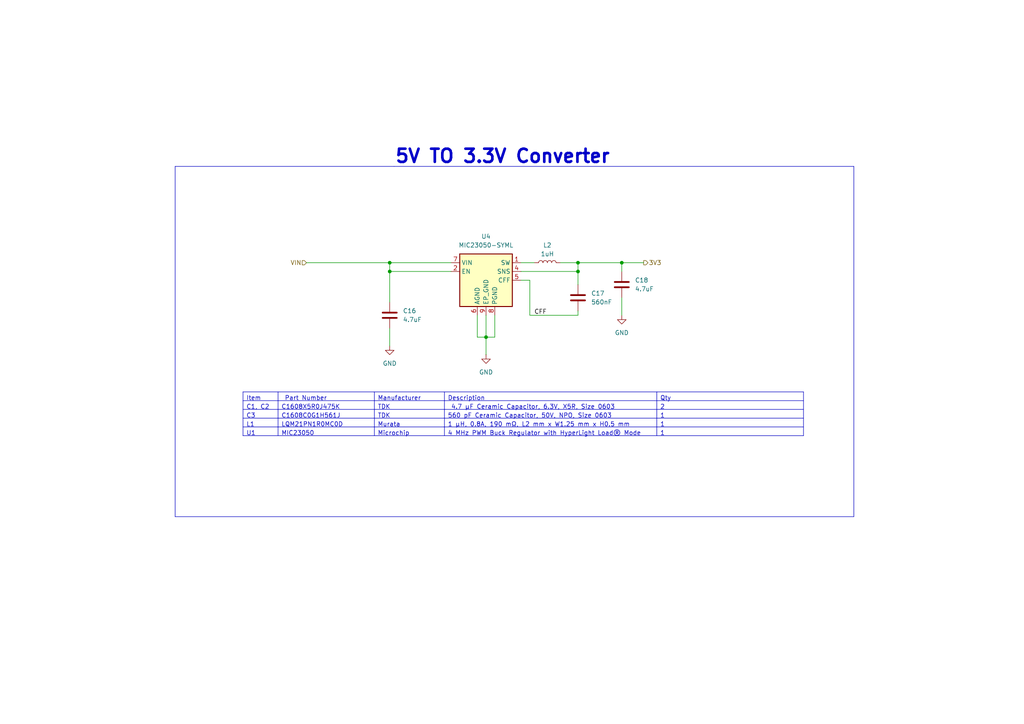
<source format=kicad_sch>
(kicad_sch (version 20250114) (generator "eeschema") (generator_version "9.0")
  (paper "A4")
  (lib_symbols
    (symbol "Device:C" (pin_numbers (hide yes)) (pin_names (offset 0.254))
      (property "Reference" "C" (at 0.635 2.54 0))
      (property "Value" "C" (at 0.635 -2.54 0))
      (symbol "C_0_1"
        (polyline (pts (xy -2.032 0.762) (xy 2.032 0.762)) (stroke (width 0.508)))
        (polyline (pts (xy -2.032 -0.762) (xy 2.032 -0.762)) (stroke (width 0.508)))
      )
      (symbol "C_1_1"
        (pin passive line (at 0 3.81 270) (length 2.794) (name "~") (number "1"))
        (pin passive line (at 0 -3.81 90) (length 2.794) (name "~") (number "2"))
      )
    )
    (symbol "Device:L" (pin_numbers (hide yes)) (pin_names (offset 1.016) (hide yes))
      (property "Reference" "L" (at -1.27 0 90))
      (property "Value" "L" (at 1.905 0 90))
      (symbol "L_0_1"
        (arc (start 0 2.54) (mid 0.6323 1.905) (end 0 1.27))
        (arc (start 0 1.27) (mid 0.6323 0.635) (end 0 0))
        (arc (start 0 0) (mid 0.6323 -0.635) (end 0 -1.27))
        (arc (start 0 -1.27) (mid 0.6323 -1.905) (end 0 -2.54))
      )
      (symbol "L_1_1"
        (pin passive line (at 0 3.81 270) (length 1.27) (name "1") (number "1"))
        (pin passive line (at 0 -3.81 90) (length 1.27) (name "2") (number "2"))
      )
    )
    (symbol "Regulator_Switching:MIC23050-SYML"
      (property "Reference" "U" (at -7.62 12.7 0))
      (property "Value" "MIC23050-SYML" (at -7.62 10.16 0))
      (symbol "MIC23050-SYML_0_0"
        (pin power_in line (at 0 -10.16 90) (length 2.54) (name "EP_GND") (number "9"))
      )
      (symbol "MIC23050-SYML_1_1"
        (rectangle (start -7.62 7.62) (end 7.62 -7.62) (stroke (width 0.3048)) (fill (type background)))
        (pin power_in line (at -10.16 5.08 0) (length 2.54) (name "VIN") (number "7"))
        (pin input line (at -10.16 2.54 0) (length 2.54) (name "EN") (number "2"))
        (pin no_connect line (at -7.62 0 0) (length 2.54) (hide yes) (name "NC") (number "3"))
        (pin power_in line (at -2.54 -10.16 90) (length 2.54) (name "AGND") (number "6"))
        (pin power_in line (at 2.54 -10.16 90) (length 2.54) (name "PGND") (number "8"))
        (pin output line (at 10.16 5.08 180) (length 2.54) (name "SW") (number "1"))
        (pin input line (at 10.16 2.54 180) (length 2.54) (name "SNS") (number "4"))
        (pin output line (at 10.16 0 180) (length 2.54) (name "CFF") (number "5"))
      )
    )
    (symbol "power:GND" (power) (pin_numbers (hide yes)) (pin_names (offset 0) (hide yes))
      (property "Value" "GND" (at 0 -3.81 0))
      (symbol "GND_0_1"
        (polyline (pts (xy 0 0) (xy 0 -1.27) (xy 1.27 -1.27) (xy 0 -2.54) (xy -1.27 -1.27) (xy 0 -1.27)))
      )
      (symbol "GND_1_1"
        (pin power_in line (at 0 0 270) (length 0) (name "~") (number "1"))
      )
    )
  )
  (text "5V TO 3.3V Converter" (at 145.796 45.466 0) (effects (font (size 3.81 3.81) (thickness 0.762) (bold yes))))
  (junction (at 113.03 78.74))
  (junction (at 140.97 97.79))
  (junction (at 167.64 76.2))
  (junction (at 113.03 76.2))
  (junction (at 180.34 76.2))
  (junction (at 167.64 78.74))
  (bus_entry (at 346.71 173.99) (size 2.54 2.54))
  (wire (pts (xy 151.13 76.2) (xy 154.94 76.2)))
  (wire (pts (xy 167.64 90.17) (xy 167.64 91.44)))
  (wire (pts (xy 186.69 76.2) (xy 180.34 76.2)))
  (wire (pts (xy 180.34 86.36) (xy 180.34 91.44)))
  (wire (pts (xy 113.03 78.74) (xy 113.03 87.63)))
  (wire (pts (xy 167.64 76.2) (xy 167.64 78.74)))
  (polyline (pts (xy 247.65 48.26) (xy 247.65 149.86)))
  (wire (pts (xy 140.97 97.79) (xy 140.97 102.87)))
  (wire (pts (xy 88.9 76.2) (xy 113.03 76.2)))
  (wire (pts (xy 138.43 97.79) (xy 140.97 97.79)))
  (wire (pts (xy 151.13 78.74) (xy 167.64 78.74)))
  (wire (pts (xy 167.64 78.74) (xy 167.64 82.55)))
  (polyline (pts (xy 50.8 48.26) (xy 114.3 48.26)))
  (wire (pts (xy 113.03 95.25) (xy 113.03 100.33)))
  (wire (pts (xy 153.67 81.28) (xy 153.67 91.44)))
  (polyline (pts (xy 114.3 48.26) (xy 247.65 48.26)))
  (wire (pts (xy 140.97 97.79) (xy 143.51 97.79)))
  (wire (pts (xy 140.97 91.44) (xy 140.97 97.79)))
  (polyline (pts (xy 247.65 149.86) (xy 50.8 149.86)))
  (wire (pts (xy 143.51 91.44) (xy 143.51 97.79)))
  (wire (pts (xy 113.03 76.2) (xy 130.81 76.2)))
  (wire (pts (xy 138.43 91.44) (xy 138.43 97.79)))
  (wire (pts (xy 130.81 78.74) (xy 113.03 78.74)))
  (wire (pts (xy 167.64 76.2) (xy 180.34 76.2)))
  (wire (pts (xy 153.67 91.44) (xy 167.64 91.44)))
  (polyline (pts (xy 50.8 149.86) (xy 50.8 48.26)))
  (wire (pts (xy 151.13 81.28) (xy 153.67 81.28)))
  (wire (pts (xy 113.03 76.2) (xy 113.03 78.74)))
  (wire (pts (xy 180.34 76.2) (xy 180.34 78.74)))
  (wire (pts (xy 162.56 76.2) (xy 167.64 76.2)))
  (table (column_count 5) (border (external yes) (header yes) (stroke (width 0.0508))) (separators (rows yes) (cols yes) (stroke (width 0.0508))) (column_widths 10.16 27.94 20.32 61.595 42.545) (row_heights 2.54 2.54 2.54 2.54 2.54) (cells (table_cell "Item" (at 70.485 113.665 0) (size 10.16 2.54) (margins 0.9525 0.9525 0.9525 0.9525) (span 1 1)) (table_cell " Part Number" (at 80.645 113.665 0) (size 27.94 2.54) (margins 0.9525 0.9525 0.9525 0.9525) (span 1 1)) (table_cell "Manufacturer" (at 108.585 113.665 0) (size 20.32 2.54) (margins 0.9525 0.9525 0.9525 0.9525) (span 1 1)) (table_cell "Description" (at 128.905 113.665 0) (size 61.595 2.54) (margins 0.9525 0.9525 0.9525 0.9525) (span 1 1)) (table_cell "Qty" (at 190.5 113.665 0) (size 42.545 2.54) (margins 0.9525 0.9525 0.9525 0.9525) (span 1 1)) (table_cell "C1, C2" (at 70.485 116.205 0) (size 10.16 2.54) (margins 0.9525 0.9525 0.9525 0.9525) (span 1 1)) (table_cell "C1608X5R0J475K" (at 80.645 116.205 0) (size 27.94 2.54) (margins 0.9525 0.9525 0.9525 0.9525) (span 1 1)) (table_cell "TDK" (at 108.585 116.205 0) (size 20.32 2.54) (margins 0.9525 0.9525 0.9525 0.9525) (span 1 1)) (table_cell " 4.7 µF Ceramic Capacitor, 6.3V, X5R, Size 0603" (at 128.905 116.205 0) (size 61.595 2.54) (margins 0.9525 0.9525 0.9525 0.9525) (span 1 1)) (table_cell "2" (at 190.5 116.205 0) (size 42.545 2.54) (margins 0.9525 0.9525 0.9525 0.9525) (span 1 1)) (table_cell "C3" (at 70.485 118.745 0) (size 10.16 2.54) (margins 0.9525 0.9525 0.9525 0.9525) (span 1 1)) (table_cell "C1608C0G1H561J" (at 80.645 118.745 0) (size 27.94 2.54) (margins 0.9525 0.9525 0.9525 0.9525) (span 1 1)) (table_cell "TDK" (at 108.585 118.745 0) (size 20.32 2.54) (margins 0.9525 0.9525 0.9525 0.9525) (span 1 1)) (table_cell "560 pF Ceramic Capacitor, 50V, NPO, Size 0603" (at 128.905 118.745 0) (size 61.595 2.54) (margins 0.9525 0.9525 0.9525 0.9525) (span 1 1)) (table_cell "1" (at 190.5 118.745 0) (size 42.545 2.54) (margins 0.9525 0.9525 0.9525 0.9525) (span 1 1)) (table_cell "L1" (at 70.485 121.285 0) (size 10.16 2.54) (margins 0.9525 0.9525 0.9525 0.9525) (span 1 1)) (table_cell "LQM21PN1R0MC0D" (at 80.645 121.285 0) (size 27.94 2.54) (margins 0.9525 0.9525 0.9525 0.9525) (span 1 1)) (table_cell "Murata" (at 108.585 121.285 0) (size 20.32 2.54) (margins 0.9525 0.9525 0.9525 0.9525) (span 1 1)) (table_cell "1 µH, 0.8A, 190 mΩ, L2 mm x W1.25 mm x H0.5 mm" (at 128.905 121.285 0) (size 61.595 2.54) (margins 0.9525 0.9525 0.9525 0.9525) (span 1 1)) (table_cell "1" (at 190.5 121.285 0) (size 42.545 2.54) (margins 0.9525 0.9525 0.9525 0.9525) (span 1 1)) (table_cell "U1" (at 70.485 123.825 0) (size 10.16 2.54) (margins 0.9525 0.9525 0.9525 0.9525) (span 1 1)) (table_cell "MIC23050" (at 80.645 123.825 0) (size 27.94 2.54) (margins 0.9525 0.9525 0.9525 0.9525) (span 1 1)) (table_cell "Microchip" (at 108.585 123.825 0) (size 20.32 2.54) (margins 0.9525 0.9525 0.9525 0.9525) (span 1 1)) (table_cell "4 MHz PWM Buck Regulator with HyperLight Load® Mode" (at 128.905 123.825 0) (size 61.595 2.54) (margins 0.9525 0.9525 0.9525 0.9525) (span 1 1)) (table_cell "1" (at 190.5 123.825 0) (size 42.545 2.54) (margins 0.9525 0.9525 0.9525 0.9525) (span 1 1))))
  (label "CFF" (at 154.94 91.44 0))
  (hierarchical_label "3V3" (shape output) (at 186.69 76.2 0))
  (hierarchical_label "VIN" (shape input) (at 88.9 76.2 180))
  (symbol (lib_id "Device:C") (at 113.03 91.44 0) (unit 1)
    (property "Reference" "C16" (at 116.84 90.1699 0) (effects (justify left)))
    (property "Value" "4.7uF" (at 116.84 92.7099 0) (effects (justify left)))
    (property "Footprint" "Capacitor_SMD:C_0603_1608Metric" (effects (hide yes)))
    (property "Description" "Unpolarized capacitor" (effects (hide yes)))
  )
  (symbol (lib_id "Device:C") (at 167.64 86.36 0) (unit 1)
    (property "Reference" "C17" (at 171.45 85.0899 0) (effects (justify left)))
    (property "Value" "560nF" (at 171.45 87.6299 0) (effects (justify left)))
    (property "Footprint" "Capacitor_SMD:C_0603_1608Metric" (effects (hide yes)))
    (property "Description" "Unpolarized capacitor" (effects (hide yes)))
  )
  (symbol (lib_id "power:GND") (at 113.03 100.33 0) (unit 1)
    (property "Reference" "#PWR024" (effects (hide yes)))
    (property "Value" "GND" (at 113.03 105.41 0))
    (property "Description" "Power symbol creates a global label with name \"GND\" , ground" (effects (hide yes)))
  )
  (symbol (lib_id "power:GND") (at 180.34 91.44 0) (unit 1)
    (property "Reference" "#PWR026" (effects (hide yes)))
    (property "Value" "GND" (at 180.34 96.52 0))
    (property "Description" "Power symbol creates a global label with name \"GND\" , ground" (effects (hide yes)))
  )
  (symbol (lib_id "power:GND") (at 140.97 102.87 0) (unit 1)
    (property "Reference" "#PWR025" (effects (hide yes)))
    (property "Value" "GND" (at 140.97 107.95 0))
    (property "Description" "Power symbol creates a global label with name \"GND\" , ground" (effects (hide yes)))
  )
  (symbol (lib_id "Device:C") (at 180.34 82.55 0) (unit 1)
    (property "Reference" "C18" (at 184.15 81.2799 0) (effects (justify left)))
    (property "Value" "4.7uF" (at 184.15 83.8199 0) (effects (justify left)))
    (property "Footprint" "Capacitor_SMD:C_0603_1608Metric" (effects (hide yes)))
    (property "Description" "Unpolarized capacitor" (effects (hide yes)))
  )
  (symbol (lib_id "Regulator_Switching:MIC23050-SYML") (at 140.97 81.28 0) (unit 1)
    (property "Reference" "U4" (at 140.97 68.58 0))
    (property "Value" "MIC23050-SYML" (at 140.97 71.12 0))
    (property "Footprint" "Package_DFN_QFN:Micrel_MLF-8-1EP_2x2mm_P0.5mm_EP0.6x1.2mm_ThermalVias" (effects (hide yes)))
    (property "Datasheet" "http://ww1.microchip.com/downloads/en/DeviceDoc/mic23050.pdf" (effects (hide yes)))
    (property "Description" "4MHz PWM Buck Regulator with HyperLight Load Switching Scheme, 3.3V Fixed Output Voltage" (effects (hide yes)))
  )
  (symbol (lib_id "Device:L") (at 158.75 76.2 90) (unit 1)
    (property "Reference" "L2" (at 158.75 71.12 90))
    (property "Value" "1uH" (at 158.75 73.66 90))
    (property "Footprint" "Inductor_SMD:L_0805_2012Metric_Pad1.05x1.20mm_HandSolder" (effects (hide yes)))
    (property "Description" "Inductor" (effects (hide yes)))
  )
)
</source>
